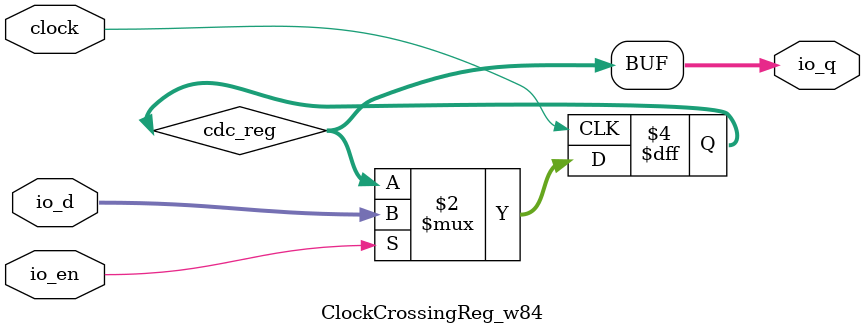
<source format=sv>
`ifndef RANDOMIZE
  `ifdef RANDOMIZE_MEM_INIT
    `define RANDOMIZE
  `endif // RANDOMIZE_MEM_INIT
`endif // not def RANDOMIZE
`ifndef RANDOMIZE
  `ifdef RANDOMIZE_REG_INIT
    `define RANDOMIZE
  `endif // RANDOMIZE_REG_INIT
`endif // not def RANDOMIZE

`ifndef RANDOM
  `define RANDOM $random
`endif // not def RANDOM

// Users can define INIT_RANDOM as general code that gets injected into the
// initializer block for modules with registers.
`ifndef INIT_RANDOM
  `define INIT_RANDOM
`endif // not def INIT_RANDOM

// If using random initialization, you can also define RANDOMIZE_DELAY to
// customize the delay used, otherwise 0.002 is used.
`ifndef RANDOMIZE_DELAY
  `define RANDOMIZE_DELAY 0.002
`endif // not def RANDOMIZE_DELAY

// Define INIT_RANDOM_PROLOG_ for use in our modules below.
`ifndef INIT_RANDOM_PROLOG_
  `ifdef RANDOMIZE
    `ifdef VERILATOR
      `define INIT_RANDOM_PROLOG_ `INIT_RANDOM
    `else  // VERILATOR
      `define INIT_RANDOM_PROLOG_ `INIT_RANDOM #`RANDOMIZE_DELAY begin end
    `endif // VERILATOR
  `else  // RANDOMIZE
    `define INIT_RANDOM_PROLOG_
  `endif // RANDOMIZE
`endif // not def INIT_RANDOM_PROLOG_

// Include register initializers in init blocks unless synthesis is set
`ifndef SYNTHESIS
  `ifndef ENABLE_INITIAL_REG_
    `define ENABLE_INITIAL_REG_
  `endif // not def ENABLE_INITIAL_REG_
`endif // not def SYNTHESIS

// Include rmemory initializers in init blocks unless synthesis is set
`ifndef SYNTHESIS
  `ifndef ENABLE_INITIAL_MEM_
    `define ENABLE_INITIAL_MEM_
  `endif // not def ENABLE_INITIAL_MEM_
`endif // not def SYNTHESIS

// Standard header to adapt well known macros for prints and assertions.

// Users can define 'PRINTF_COND' to add an extra gate to prints.
`ifndef PRINTF_COND_
  `ifdef PRINTF_COND
    `define PRINTF_COND_ (`PRINTF_COND)
  `else  // PRINTF_COND
    `define PRINTF_COND_ 1
  `endif // PRINTF_COND
`endif // not def PRINTF_COND_

// Users can define 'ASSERT_VERBOSE_COND' to add an extra gate to assert error printing.
`ifndef ASSERT_VERBOSE_COND_
  `ifdef ASSERT_VERBOSE_COND
    `define ASSERT_VERBOSE_COND_ (`ASSERT_VERBOSE_COND)
  `else  // ASSERT_VERBOSE_COND
    `define ASSERT_VERBOSE_COND_ 1
  `endif // ASSERT_VERBOSE_COND
`endif // not def ASSERT_VERBOSE_COND_

// Users can define 'STOP_COND' to add an extra gate to stop conditions.
`ifndef STOP_COND_
  `ifdef STOP_COND
    `define STOP_COND_ (`STOP_COND)
  `else  // STOP_COND
    `define STOP_COND_ 1
  `endif // STOP_COND
`endif // not def STOP_COND_

module ClockCrossingReg_w84(
  input         clock,
  input  [83:0] io_d,	// @[generators/rocket-chip/src/main/scala/util/SynchronizerReg.scala:195:14]
  output [83:0] io_q,	// @[generators/rocket-chip/src/main/scala/util/SynchronizerReg.scala:195:14]
  input         io_en	// @[generators/rocket-chip/src/main/scala/util/SynchronizerReg.scala:195:14]
);

  reg [83:0] cdc_reg;	// @[generators/rocket-chip/src/main/scala/util/SynchronizerReg.scala:201:76]
  always @(posedge clock) begin
    if (io_en)	// @[generators/rocket-chip/src/main/scala/util/SynchronizerReg.scala:195:14]
      cdc_reg <= io_d;	// @[generators/rocket-chip/src/main/scala/util/SynchronizerReg.scala:201:76]
  end // always @(posedge)
  `ifdef ENABLE_INITIAL_REG_
    `ifdef FIRRTL_BEFORE_INITIAL
      `FIRRTL_BEFORE_INITIAL
    `endif // FIRRTL_BEFORE_INITIAL
    logic [31:0] _RANDOM[0:2];
    initial begin
      `ifdef INIT_RANDOM_PROLOG_
        `INIT_RANDOM_PROLOG_
      `endif // INIT_RANDOM_PROLOG_
      `ifdef RANDOMIZE_REG_INIT
        for (logic [1:0] i = 2'h0; i < 2'h3; i += 2'h1) begin
          _RANDOM[i] = `RANDOM;
        end
        cdc_reg = {_RANDOM[2'h0], _RANDOM[2'h1], _RANDOM[2'h2][19:0]};	// @[generators/rocket-chip/src/main/scala/util/SynchronizerReg.scala:201:76]
      `endif // RANDOMIZE_REG_INIT
    end // initial
    `ifdef FIRRTL_AFTER_INITIAL
      `FIRRTL_AFTER_INITIAL
    `endif // FIRRTL_AFTER_INITIAL
  `endif // ENABLE_INITIAL_REG_
  assign io_q = cdc_reg;	// @[generators/rocket-chip/src/main/scala/util/SynchronizerReg.scala:201:76]
endmodule


</source>
